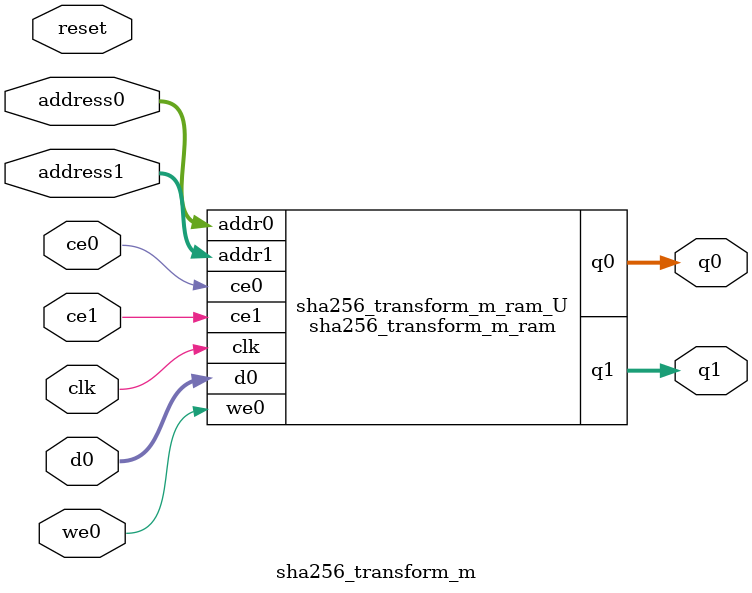
<source format=v>

`timescale 1 ns / 1 ps
module sha256_transform_m_ram (addr0, ce0, d0, we0, q0, addr1, ce1, q1,  clk);

parameter DWIDTH = 32;
parameter AWIDTH = 6;
parameter MEM_SIZE = 64;

input[AWIDTH-1:0] addr0;
input ce0;
input[DWIDTH-1:0] d0;
input we0;
output reg[DWIDTH-1:0] q0;
input[AWIDTH-1:0] addr1;
input ce1;
output reg[DWIDTH-1:0] q1;
input clk;

(* ram_style = "block" *)reg [DWIDTH-1:0] ram[MEM_SIZE-1:0];




always @(posedge clk)  
begin 
    if (ce0) 
    begin
        if (we0) 
        begin 
            ram[addr0] <= d0; 
            q0 <= d0;
        end 
        else 
            q0 <= ram[addr0];
    end
end


always @(posedge clk)  
begin 
    if (ce1) 
    begin
            q1 <= ram[addr1];
    end
end


endmodule


`timescale 1 ns / 1 ps
module sha256_transform_m(
    reset,
    clk,
    address0,
    ce0,
    we0,
    d0,
    q0,
    address1,
    ce1,
    q1);

parameter DataWidth = 32'd32;
parameter AddressRange = 32'd64;
parameter AddressWidth = 32'd6;
input reset;
input clk;
input[AddressWidth - 1:0] address0;
input ce0;
input we0;
input[DataWidth - 1:0] d0;
output[DataWidth - 1:0] q0;
input[AddressWidth - 1:0] address1;
input ce1;
output[DataWidth - 1:0] q1;




sha256_transform_m_ram sha256_transform_m_ram_U(
    .clk( clk ),
    .addr0( address0 ),
    .ce0( ce0 ),
    .d0( d0 ),
    .we0( we0 ),
    .q0( q0 ),
    .addr1( address1 ),
    .ce1( ce1 ),
    .q1( q1 ));

endmodule


</source>
